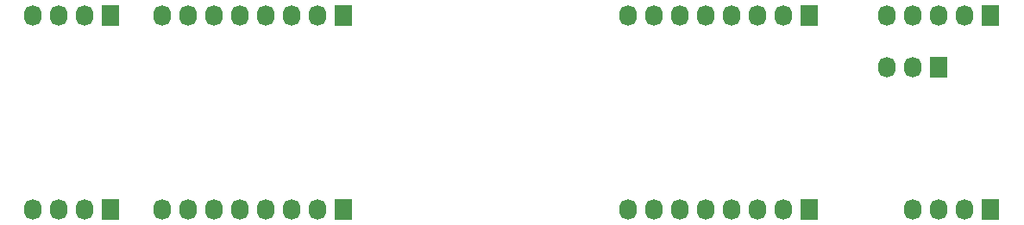
<source format=gbr>
G04 #@! TF.FileFunction,Soldermask,Bot*
%FSLAX46Y46*%
G04 Gerber Fmt 4.6, Leading zero omitted, Abs format (unit mm)*
G04 Created by KiCad (PCBNEW 4.0.1-stable) date 2017年02月15日水曜日 20:21:17*
%MOMM*%
G01*
G04 APERTURE LIST*
%ADD10C,0.100000*%
%ADD11R,1.727200X2.032000*%
%ADD12O,1.727200X2.032000*%
G04 APERTURE END LIST*
D10*
D11*
X175260000Y-84455000D03*
D12*
X172720000Y-84455000D03*
X170180000Y-84455000D03*
X167640000Y-84455000D03*
X165100000Y-84455000D03*
X162560000Y-84455000D03*
X160020000Y-84455000D03*
X157480000Y-84455000D03*
D11*
X129540000Y-84455000D03*
D12*
X127000000Y-84455000D03*
X124460000Y-84455000D03*
X121920000Y-84455000D03*
X119380000Y-84455000D03*
X116840000Y-84455000D03*
X114300000Y-84455000D03*
X111760000Y-84455000D03*
D11*
X129540000Y-103505000D03*
D12*
X127000000Y-103505000D03*
X124460000Y-103505000D03*
X121920000Y-103505000D03*
X119380000Y-103505000D03*
X116840000Y-103505000D03*
X114300000Y-103505000D03*
X111760000Y-103505000D03*
D11*
X175260000Y-103505000D03*
D12*
X172720000Y-103505000D03*
X170180000Y-103505000D03*
X167640000Y-103505000D03*
X165100000Y-103505000D03*
X162560000Y-103505000D03*
X160020000Y-103505000D03*
X157480000Y-103505000D03*
D11*
X193040000Y-84455000D03*
D12*
X190500000Y-84455000D03*
X187960000Y-84455000D03*
X185420000Y-84455000D03*
X182880000Y-84455000D03*
D11*
X106680000Y-84455000D03*
D12*
X104140000Y-84455000D03*
X101600000Y-84455000D03*
X99060000Y-84455000D03*
D11*
X106680000Y-103505000D03*
D12*
X104140000Y-103505000D03*
X101600000Y-103505000D03*
X99060000Y-103505000D03*
D11*
X193040000Y-103505000D03*
D12*
X190500000Y-103505000D03*
X187960000Y-103505000D03*
X185420000Y-103505000D03*
D11*
X187960000Y-89535000D03*
D12*
X185420000Y-89535000D03*
X182880000Y-89535000D03*
M02*

</source>
